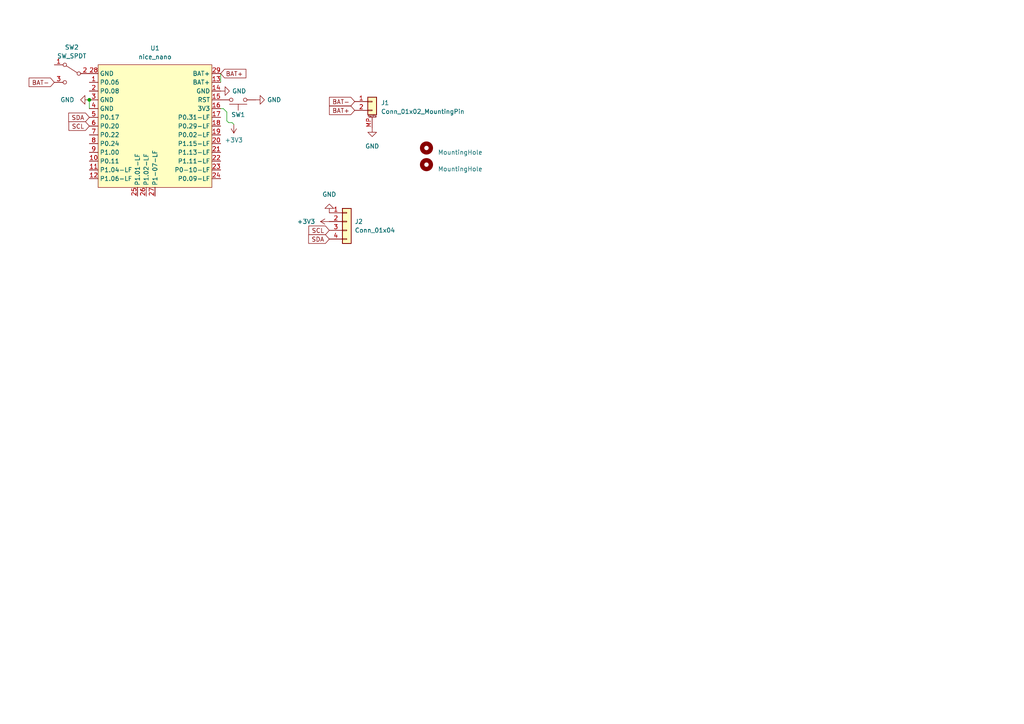
<source format=kicad_sch>
(kicad_sch (version 20230121) (generator eeschema)
  (paper "A4")
  (lib_symbols
    (symbol "Connector_Generic:Conn_01x04" (pin_names (offset 1.016) hide)
      (property "Reference" "J" (at 0 5.08 0))
      (property "Value" "Conn_01x04" (at 0 -7.62 0))
      (symbol "Conn_01x04_1_1"
        (rectangle (start -1.27 -4.953) (end 0 -5.207) (stroke (width 0.1524)))
        (rectangle (start -1.27 -2.413) (end 0 -2.667) (stroke (width 0.1524)))
        (rectangle (start -1.27 0.127) (end 0 -0.127) (stroke (width 0.1524)))
        (rectangle (start -1.27 2.667) (end 0 2.413) (stroke (width 0.1524)))
        (rectangle (start -1.27 3.81) (end 1.27 -6.35) (stroke (width 0.254)) (fill (type background)))
        (pin passive line (at -5.08 2.54 0) (length 3.81) (name "Pin_1") (number "1"))
        (pin passive line (at -5.08 0 0) (length 3.81) (name "Pin_2") (number "2"))
        (pin passive line (at -5.08 -2.54 0) (length 3.81) (name "Pin_3") (number "3"))
        (pin passive line (at -5.08 -5.08 0) (length 3.81) (name "Pin_4") (number "4"))
      )
    )
    (symbol "Connector_Generic_MountingPin:Conn_01x02_MountingPin" (pin_names (offset 1.016) hide)
      (property "Reference" "J" (at 0 2.54 0))
      (property "Value" "Conn_01x02_MountingPin" (at 1.27 -5.08 0))
      (symbol "Conn_01x02_MountingPin_1_1"
        (rectangle (start -1.27 -2.413) (end 0 -2.667) (stroke (width 0.1524)))
        (rectangle (start -1.27 0.127) (end 0 -0.127) (stroke (width 0.1524)))
        (rectangle (start -1.27 1.27) (end 1.27 -3.81) (stroke (width 0.254)) (fill (type background)))
        (polyline (pts (xy -1.016 -4.572) (xy 1.016 -4.572)) (stroke (width 0.1524)))
        (text "Mounting" (at 0 -4.191 0) (effects (font (size 0.381 0.381))))
        (pin passive line (at -5.08 0 0) (length 3.81) (name "Pin_1") (number "1"))
        (pin passive line (at -5.08 -2.54 0) (length 3.81) (name "Pin_2") (number "2"))
        (pin passive line (at 0 -7.62 90) (length 3.048) (name "MountPin") (number "MP"))
      )
    )
    (symbol "Mechanical:MountingHole" (pin_names (offset 1.016))
      (property "Reference" "H" (at 0 5.08 0))
      (property "Value" "MountingHole" (at 0 3.175 0))
      (symbol "MountingHole_0_1"
        (circle (center 0 0) (radius 1.27) (stroke (width 1.27)))
      )
    )
    (symbol "PCM_marbastlib-promicroish:nice_nano" (in_bom no)
      (property "Reference" "U" (at 0 22.86 0))
      (property "Value" "nice_nano" (at 0 20.32 0))
      (symbol "nice_nano_0_0"
        (pin bidirectional line (at -19.05 13.97 0) (length 2.54) (name "P0.06") (number "1"))
        (pin bidirectional line (at -19.05 -8.89 0) (length 2.54) (name "P0.11") (number "10"))
        (pin bidirectional line (at -19.05 -11.43 0) (length 2.54) (name "P1.04-LF") (number "11"))
        (pin bidirectional line (at -19.05 -13.97 0) (length 2.54) (name "P1.06-LF") (number "12"))
        (pin power_out line (at 19.05 11.43 180) (length 2.54) (name "GND") (number "14"))
        (pin bidirectional line (at 19.05 8.89 180) (length 2.54) (name "RST") (number "15"))
        (pin bidirectional line (at 19.05 3.81 180) (length 2.54) (name "P0.31-LF") (number "17"))
        (pin bidirectional line (at 19.05 1.27 180) (length 2.54) (name "P0.29-LF") (number "18"))
        (pin bidirectional line (at 19.05 -1.27 180) (length 2.54) (name "P0.02-LF") (number "19"))
        (pin bidirectional line (at -19.05 11.43 0) (length 2.54) (name "P0.08") (number "2"))
        (pin bidirectional line (at 19.05 -3.81 180) (length 2.54) (name "P1.15-LF") (number "20"))
        (pin bidirectional line (at 19.05 -6.35 180) (length 2.54) (name "P1.13-LF") (number "21"))
        (pin bidirectional line (at 19.05 -8.89 180) (length 2.54) (name "P1.11-LF") (number "22"))
        (pin bidirectional line (at 19.05 -11.43 180) (length 2.54) (name "P0-10-LF") (number "23"))
        (pin bidirectional line (at 19.05 -13.97 180) (length 2.54) (name "P0.09-LF") (number "24"))
        (pin power_out line (at -19.05 8.89 0) (length 2.54) (name "GND") (number "3"))
        (pin power_out line (at -19.05 6.35 0) (length 2.54) (name "GND") (number "4"))
        (pin bidirectional line (at -19.05 3.81 0) (length 2.54) (name "P0.17") (number "5"))
        (pin bidirectional line (at -19.05 1.27 0) (length 2.54) (name "P0.20") (number "6"))
        (pin bidirectional line (at -19.05 -1.27 0) (length 2.54) (name "P0.22") (number "7"))
        (pin bidirectional line (at -19.05 -3.81 0) (length 2.54) (name "P0.24") (number "8"))
        (pin bidirectional line (at -19.05 -6.35 0) (length 2.54) (name "P1.00") (number "9"))
      )
      (symbol "nice_nano_1_0"
        (pin power_out line (at 19.05 13.97 180) (length 2.54) (name "BAT+") (number "13"))
        (pin power_out line (at 19.05 6.35 180) (length 2.54) (name "3V3") (number "16"))
        (pin bidirectional line (at -5.08 -19.05 90) (length 2.54) (name "P1.01-LF") (number "25"))
        (pin bidirectional line (at -2.54 -19.05 90) (length 2.54) (name "P1.02-LF") (number "26"))
        (pin bidirectional line (at 0 -19.05 90) (length 2.54) (name "P1-07-LF") (number "27"))
        (pin power_out line (at -19.05 16.51 0) (length 2.54) (name "GND") (number "28"))
        (pin power_out line (at 19.05 16.51 180) (length 2.54) (name "BAT+") (number "29"))
      )
      (symbol "nice_nano_1_1"
        (rectangle (start -16.51 19.05) (end 16.51 -16.51) (fill (type background)))
      )
    )
    (symbol "Switch:SW_Push" (pin_numbers hide) (pin_names (offset 1.016) hide)
      (property "Reference" "SW" (at 1.27 2.54 0))
      (property "Value" "SW_Push" (at 0 -1.524 0))
      (symbol "SW_Push_0_1"
        (circle (center -2.032 0) (radius 0.508))
        (polyline (pts (xy 0 1.27) (xy 0 3.048)))
        (polyline (pts (xy 2.54 1.27) (xy -2.54 1.27)))
        (circle (center 2.032 0) (radius 0.508))
        (pin passive line (at -5.08 0 0) (length 2.54) (name "1") (number "1"))
        (pin passive line (at 5.08 0 180) (length 2.54) (name "2") (number "2"))
      )
    )
    (symbol "Switch:SW_SPDT" (pin_names (offset 0) hide)
      (property "Reference" "SW" (at 0 4.318 0))
      (property "Value" "SW_SPDT" (at 0 -5.08 0))
      (symbol "SW_SPDT_0_0"
        (circle (center -2.032 0) (radius 0.508))
        (circle (center 2.032 -2.54) (radius 0.508))
      )
      (symbol "SW_SPDT_0_1"
        (polyline (pts (xy -1.524 0.254) (xy 1.651 2.286)))
        (circle (center 2.032 2.54) (radius 0.508))
      )
      (symbol "SW_SPDT_1_1"
        (pin passive line (at 5.08 2.54 180) (length 2.54) (name "A") (number "1"))
        (pin passive line (at -5.08 0 0) (length 2.54) (name "B") (number "2"))
        (pin passive line (at 5.08 -2.54 180) (length 2.54) (name "C") (number "3"))
      )
    )
    (symbol "power:+3V3" (power) (pin_names (offset 0))
      (property "Value" "+3V3" (at 0 3.556 0))
      (symbol "+3V3_0_1"
        (polyline (pts (xy -0.762 1.27) (xy 0 2.54)))
        (polyline (pts (xy 0 0) (xy 0 2.54)))
        (polyline (pts (xy 0 2.54) (xy 0.762 1.27)))
      )
      (symbol "+3V3_1_1"
        (pin power_in line (at 0 0 90) (length 0) hide (name "+3V3") (number "1"))
      )
    )
    (symbol "power:GND" (power) (pin_names (offset 0))
      (property "Value" "GND" (at 0 -3.81 0))
      (symbol "GND_0_1"
        (polyline (pts (xy 0 0) (xy 0 -1.27) (xy 1.27 -1.27) (xy 0 -2.54) (xy -1.27 -1.27) (xy 0 -1.27)))
      )
      (symbol "GND_1_1"
        (pin power_in line (at 0 0 270) (length 0) hide (name "GND") (number "1"))
      )
    )
  )
  (junction (at 25.908 28.956))
  (wire (pts (xy 67.31 35.56) (xy 67.818 36.068)))
  (wire (pts (xy 64.77 31.496) (xy 65.786 32.512)))
  (wire (pts (xy 64.008 21.336) (xy 64.008 23.876)))
  (wire (pts (xy 64.008 31.496) (xy 64.77 31.496)))
  (wire (pts (xy 25.908 28.956) (xy 25.908 31.496)))
  (wire (pts (xy 65.786 35.052) (xy 66.294 35.56)))
  (wire (pts (xy 66.294 35.56) (xy 67.31 35.56)))
  (wire (pts (xy 65.786 32.512) (xy 65.786 35.052)))
  (global_label "SDA" (shape input) (at 95.504 69.342 180) (property "Intersheetrefs" "${INTERSHEET_REFS}" (effects hide)))
  (global_label "BAT-" (shape input) (at 15.748 23.876 180) (property "Intersheetrefs" "${INTERSHEET_REFS}" (effects hide)))
  (global_label "BAT+" (shape input) (at 64.008 21.336 0) (property "Intersheetrefs" "${INTERSHEET_REFS}" (effects hide)))
  (global_label "BAT+" (shape input) (at 102.87 32.004 180) (property "Intersheetrefs" "${INTERSHEET_REFS}" (effects hide)))
  (global_label "SCL" (shape input) (at 25.908 36.576 180) (property "Intersheetrefs" "${INTERSHEET_REFS}" (effects hide)))
  (global_label "BAT-" (shape input) (at 102.87 29.464 180) (property "Intersheetrefs" "${INTERSHEET_REFS}" (effects hide)))
  (global_label "SCL" (shape input) (at 95.504 66.802 180) (property "Intersheetrefs" "${INTERSHEET_REFS}" (effects hide)))
  (global_label "SDA" (shape input) (at 25.908 34.036 180) (property "Intersheetrefs" "${INTERSHEET_REFS}" (effects hide)))
  (symbol (lib_id "power:+3V3") (at 95.504 64.262 90) (mirror x) (unit 1)
    (property "Reference" "#PWR06" (effects hide))
    (property "Value" "+3V3" (at 91.44 64.262 90) (effects (justify left)))
  )
  (symbol (lib_id "Connector_Generic_MountingPin:Conn_01x02_MountingPin") (at 107.95 29.464 0) (unit 1)
    (property "Reference" "J1" (at 110.49 29.8196 0) (effects (justify left)))
    (property "Value" "Conn_01x02_MountingPin" (at 110.49 32.3596 0) (effects (justify left)))
    (property "Footprint" "Connector_JST:JST_PH_S2B-PH-SM4-TB_1x02-1MP_P2.00mm_Horizontal" (effects hide))
  )
  (symbol (lib_id "power:GND") (at 25.908 28.956 270) (unit 1)
    (property "Reference" "#PWR02" (effects hide))
    (property "Value" "GND" (at 21.59 28.956 90) (effects (justify right)))
  )
  (symbol (lib_id "power:+3V3") (at 67.818 36.068 180) (unit 1)
    (property "Reference" "#PWR07" (effects hide))
    (property "Value" "+3V3" (at 67.818 40.64 0))
  )
  (symbol (lib_id "Mechanical:MountingHole") (at 123.698 47.752 0) (unit 1) (in_bom no)
    (property "Reference" "H2" (effects hide))
    (property "Value" "MountingHole" (at 127 49.022 0) (effects (justify left)))
    (property "Footprint" "MountingHole:MountingHole_2.2mm_M2" (effects hide))
  )
  (symbol (lib_id "Switch:SW_Push") (at 69.088 28.956 180) (unit 1)
    (property "Reference" "SW1" (at 69.088 33.274 0))
    (property "Value" "SW_Push" (effects hide))
    (property "Footprint" "Button_Switch_THT:SW_Tactile_SPST_Angled_PTS645Vx83-2LFS" (effects hide))
  )
  (symbol (lib_id "power:GND") (at 64.008 26.416 90) (unit 1)
    (property "Reference" "#PWR01" (effects hide))
    (property "Value" "GND" (at 67.31 26.416 90) (effects (justify right)))
  )
  (symbol (lib_id "PCM_marbastlib-promicroish:nice_nano") (at 44.958 37.846 0) (unit 1) (in_bom no)
    (property "Reference" "U1" (at 44.958 13.97 0))
    (property "Value" "nice_nano" (at 44.958 16.51 0))
    (property "Footprint" "PCM_marbastlib-xp-promicroish:nice_nano_AH_USBup" (effects hide))
    (property "Datasheet" "https://nicekeyboards.com/docs/nice-nano/pinout-schematic" (effects hide))
  )
  (symbol (lib_id "power:GND") (at 95.504 61.722 0) (mirror x) (unit 1)
    (property "Reference" "#PWR05" (effects hide))
    (property "Value" "GND" (at 95.504 56.388 0))
  )
  (symbol (lib_id "Switch:SW_SPDT") (at 20.828 21.336 0) (mirror y) (unit 1)
    (property "Reference" "SW2" (at 20.828 13.716 0))
    (property "Value" "SW_SPDT" (at 20.828 16.256 0))
    (property "Footprint" "Button_Switch_THT:SW_CuK_OS102011MA1QN1_SPDT_Angled" (effects hide))
  )
  (symbol (lib_id "power:GND") (at 74.168 28.956 90) (unit 1)
    (property "Reference" "#PWR03" (effects hide))
    (property "Value" "GND" (at 77.47 28.956 90) (effects (justify right)))
  )
  (symbol (lib_id "Mechanical:MountingHole") (at 123.698 42.926 0) (unit 1) (in_bom no)
    (property "Reference" "H1" (effects hide))
    (property "Value" "MountingHole" (at 127 44.196 0) (effects (justify left)))
    (property "Footprint" "MountingHole:MountingHole_2.2mm_M2" (effects hide))
  )
  (symbol (lib_id "power:GND") (at 107.95 37.084 0) (unit 1)
    (property "Reference" "#PWR04" (effects hide))
    (property "Value" "GND" (at 107.95 42.418 0))
  )
  (symbol (lib_id "Connector_Generic:Conn_01x04") (at 100.584 64.262 0) (unit 1)
    (property "Reference" "J2" (at 102.87 64.262 0) (effects (justify left)))
    (property "Value" "Conn_01x04" (at 102.87 66.802 0) (effects (justify left)))
    (property "Footprint" "Connector_PinHeader_2.54mm:PinHeader_1x04_P2.54mm_Vertical" (effects hide))
  )
)
</source>
